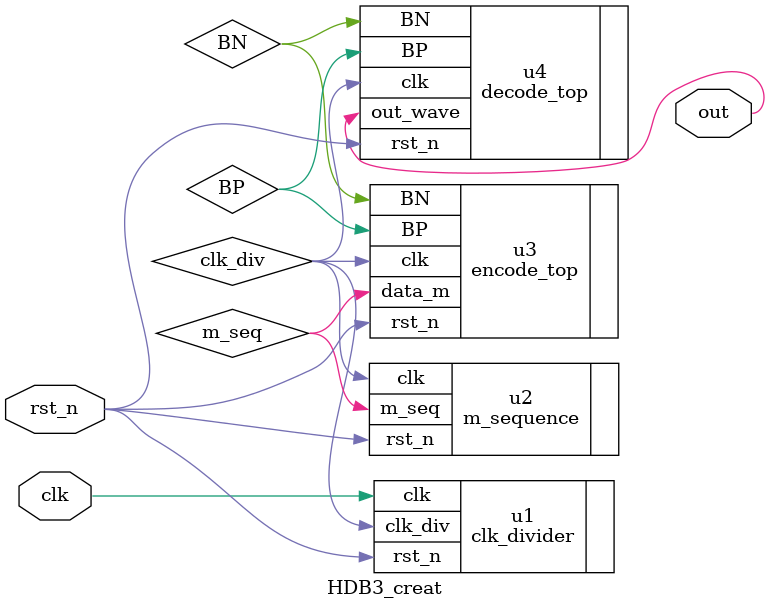
<source format=v>
`include "define.v"
module HDB3_creat(
  input   wire  clk,
  input   wire  rst_n,
  output  wire  out
  );
  

wire clk_div;
wire m_seq;
wire BN;
wire BP;


clk_divider u1(
    .clk(clk),
    .rst_n(rst_n),
    .clk_div(clk_div)
    );  
  
m_sequence u2 (
  .clk(clk_div),
  .rst_n(rst_n),
  .m_seq(m_seq)
);

encode_top u3( 
  .clk(clk_div),//(clk_div),
  .rst_n(rst_n),
  .data_m(m_seq),
  .BP(BP),
  .BN(BN)
  );

decode_top u4(
  .clk(clk_div),
  .rst_n(rst_n),
  .BN(BN),
  .BP(BP),
  .out_wave(out)
  );
  
endmodule
</source>
